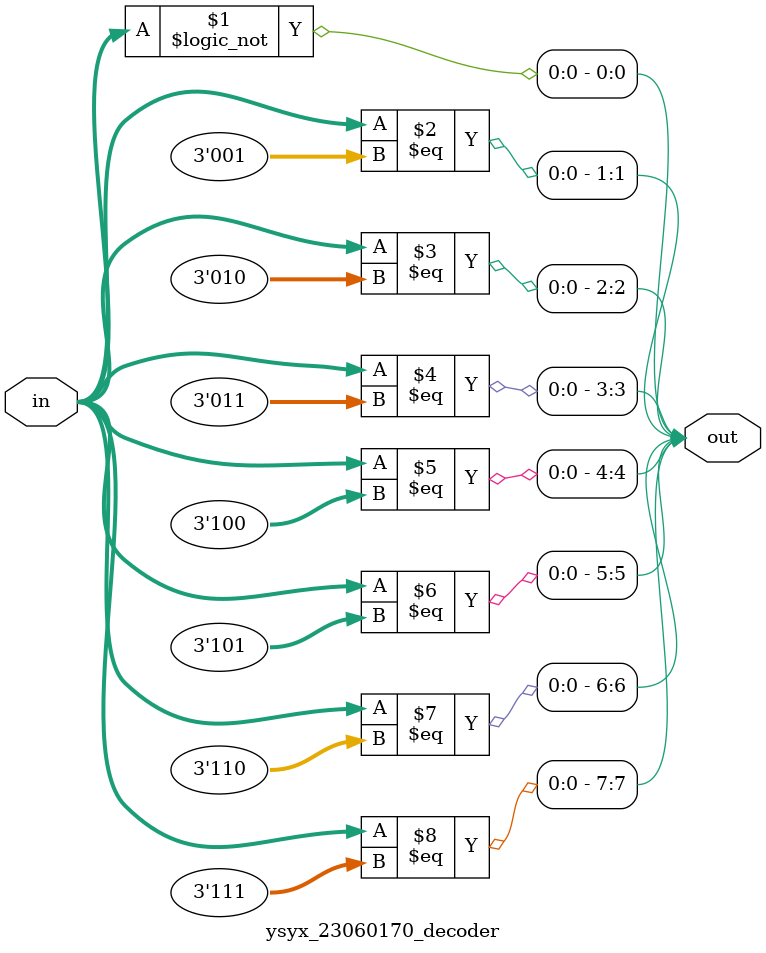
<source format=v>
module ysyx_23060170_decoder #(
    parameter WIDTH = 3
) (
    input [WIDTH - 1:0] in,
    output [2**WIDTH - 1:0] out
);
  genvar i;
  generate
    for (i = 0; i < 2 ** WIDTH; i = i + 1) begin : gen_block
      assign out[i] = (in == i);
    end
  endgenerate

endmodule

</source>
